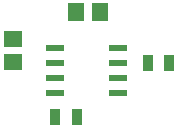
<source format=gtp>
G04*
G04 #@! TF.GenerationSoftware,Altium Limited,Altium Designer,24.9.1 (31)*
G04*
G04 Layer_Color=8421504*
%FSLAX44Y44*%
%MOMM*%
G71*
G04*
G04 #@! TF.SameCoordinates,469D3FAF-4634-46EC-B0C0-F224D0B9B898*
G04*
G04*
G04 #@! TF.FilePolarity,Positive*
G04*
G01*
G75*
%ADD13R,1.5500X0.6000*%
%ADD14R,0.9500X1.4000*%
%ADD15R,1.3549X1.5562*%
%ADD16R,1.5562X1.3549*%
D13*
X248920Y152400D02*
D03*
Y165100D02*
D03*
Y177800D02*
D03*
Y190500D02*
D03*
X194920Y152400D02*
D03*
Y165100D02*
D03*
Y177800D02*
D03*
Y190500D02*
D03*
D14*
X214080Y132080D02*
D03*
X195580D02*
D03*
X292100Y177800D02*
D03*
X273600D02*
D03*
D15*
X232873Y220980D02*
D03*
X213360D02*
D03*
D16*
X160020Y178204D02*
D03*
Y197717D02*
D03*
M02*

</source>
